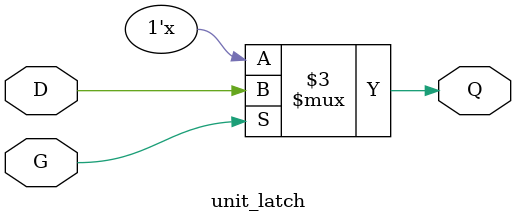
<source format=v>

module test;

   parameter SIZE = 2;

   reg [SIZE-1:0] d ;	// data in
   reg		  c ;	// latch control
   wire [SIZE-1:0] q ;	// output

   unit_latch u_lat[SIZE-1:0] (.Q(q), .G(c), .D(d));

   initial begin
      d = 0;
      c = 1;
      #1 if (q !== 2'b00) begin
	 $display("FAILED -- Initial load failed.");
	 $finish;
      end

      d = 2'b01;

      #1 if (q !== 2'b01) begin
	 $display("FAILED -- Latch follow failed.");
	 $finish;
      end

      c = 0;
      #1 d = 2'b10;
      #1 if (q !== 2'b01) begin
	 $display("FAILED -- Latch hold failed.");
	 $finish;
      end

      $display("PASSED");
      $finish;
   end

endmodule

module unit_latch(output reg Q, input wire D, input wire G);

   always @*
     if (G) Q = D;

endmodule // unit_latch

</source>
